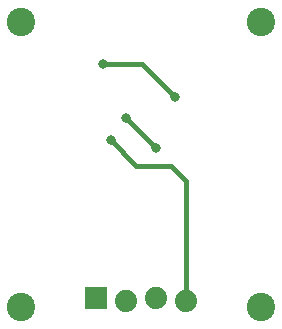
<source format=gbl>
%FSLAX23Y23*%
%MOIN*%
G04 EasyPC Gerber Version 15.0.4 Build 3016 *
%ADD79R,0.07400X0.07400*%
%ADD23C,0.01500*%
%ADD24C,0.03200*%
%ADD21C,0.07400*%
%ADD18C,0.09461*%
X0Y0D02*
D02*
D18*
X101Y99D03*
Y1049D03*
X901Y99D03*
Y1049D03*
D02*
D21*
X450Y120D03*
X550Y130D03*
X650Y120D03*
D02*
D23*
X550Y630D02*
X450Y730D01*
X615Y800D02*
X505Y910D01*
X375*
X650Y120D02*
Y520D01*
X600Y570*
X485*
X400Y655*
D02*
D24*
X375Y910D03*
X400Y655D03*
X450Y730D03*
X550Y630D03*
X615Y800D03*
D02*
D79*
X350Y130D03*
X0Y0D02*
M02*

</source>
